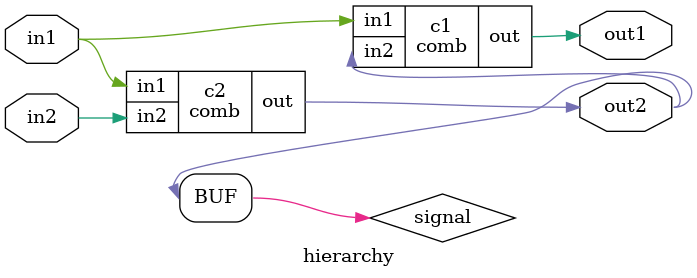
<source format=sv>
module comb (input logic in1, in2, output logic out);
    always_comb begin
        if (in1 == in2)
            out = 1;
        else
            out = 0;
    end
endmodule

module hierarchy (input logic in1, in2, output logic out1, out2);
    logic signal;

    assign signal = out2;

    comb c1(in1,signal,out1);
    comb c2(in1,in2,out2);
endmodule

</source>
